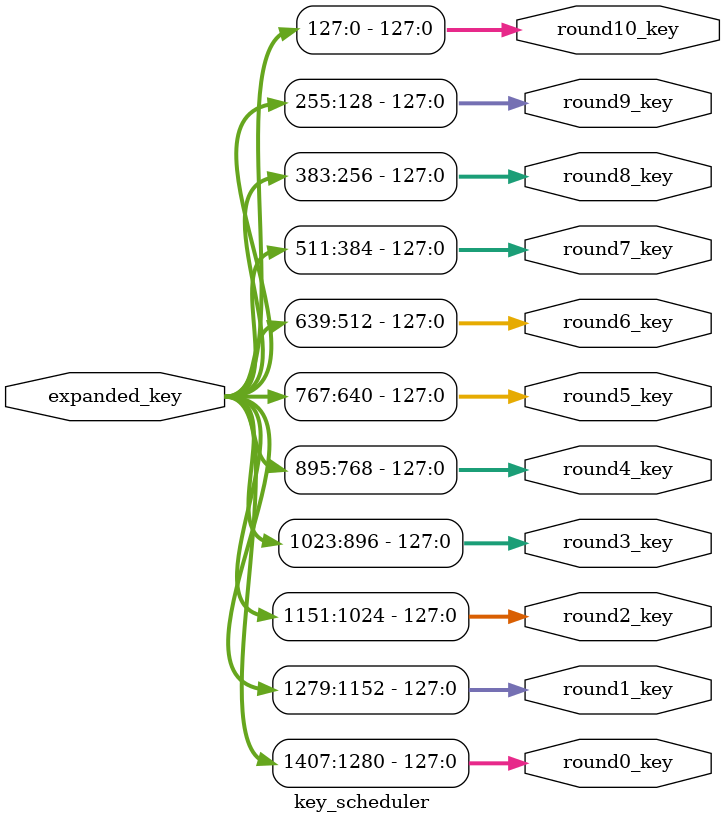
<source format=v>
module key_scheduler(
	input [1407:0] expanded_key,
	output reg [127:0] round0_key,
	output reg [127:0] round1_key,
	output reg [127:0] round2_key,
	output reg [127:0] round3_key,
	output reg [127:0] round4_key,
	output reg [127:0] round5_key,
	output reg [127:0] round6_key,
	output reg [127:0] round7_key,	
	output reg [127:0] round8_key,
	output reg [127:0] round9_key,
	output reg [127:0] round10_key
	);
	
	always @(*)begin
		round10_key= expanded_key[127:0];
	    round9_key = expanded_key[255:128];
	    round8_key = expanded_key[383:256];
	    round7_key = expanded_key[511:384];
	    round6_key = expanded_key[639:512];
	    round5_key = expanded_key[767:640];
	    round4_key = expanded_key[895:768];
	    round3_key = expanded_key[1023:896];
	    round2_key = expanded_key[1151:1024];
	    round1_key = expanded_key[1279:1152];
	    round0_key = expanded_key[1407:1280];
    end

endmodule
</source>
